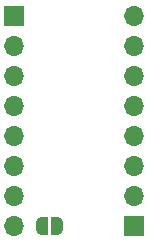
<source format=gbs>
G04 #@! TF.GenerationSoftware,KiCad,Pcbnew,(6.0.9)*
G04 #@! TF.CreationDate,2023-05-28T18:50:33+02:00*
G04 #@! TF.ProjectId,SOIC-SSOP-DIP adapter,534f4943-2d53-4534-9f50-2d4449502061,rev?*
G04 #@! TF.SameCoordinates,Original*
G04 #@! TF.FileFunction,Soldermask,Bot*
G04 #@! TF.FilePolarity,Negative*
%FSLAX46Y46*%
G04 Gerber Fmt 4.6, Leading zero omitted, Abs format (unit mm)*
G04 Created by KiCad (PCBNEW (6.0.9)) date 2023-05-28 18:50:33*
%MOMM*%
%LPD*%
G01*
G04 APERTURE LIST*
G04 Aperture macros list*
%AMFreePoly0*
4,1,22,0.500000,-0.750000,0.000000,-0.750000,0.000000,-0.745033,-0.079941,-0.743568,-0.215256,-0.701293,-0.333266,-0.622738,-0.424486,-0.514219,-0.481581,-0.384460,-0.499164,-0.250000,-0.500000,-0.250000,-0.500000,0.250000,-0.499164,0.250000,-0.499963,0.256109,-0.478152,0.396186,-0.417904,0.524511,-0.324060,0.630769,-0.204165,0.706417,-0.067858,0.745374,0.000000,0.744959,0.000000,0.750000,
0.500000,0.750000,0.500000,-0.750000,0.500000,-0.750000,$1*%
%AMFreePoly1*
4,1,20,0.000000,0.744959,0.073905,0.744508,0.209726,0.703889,0.328688,0.626782,0.421226,0.519385,0.479903,0.390333,0.500000,0.250000,0.500000,-0.250000,0.499851,-0.262216,0.476331,-0.402017,0.414519,-0.529596,0.319384,-0.634700,0.198574,-0.708877,0.061801,-0.746166,0.000000,-0.745033,0.000000,-0.750000,-0.500000,-0.750000,-0.500000,0.750000,0.000000,0.750000,0.000000,0.744959,
0.000000,0.744959,$1*%
G04 Aperture macros list end*
%ADD10R,1.700000X1.700000*%
%ADD11O,1.700000X1.700000*%
%ADD12FreePoly0,180.000000*%
%ADD13FreePoly1,180.000000*%
G04 APERTURE END LIST*
D10*
X88900000Y-81280000D03*
D11*
X88900000Y-83820000D03*
X88900000Y-86360000D03*
X88900000Y-88900000D03*
X88900000Y-91440000D03*
X88900000Y-93980000D03*
X88900000Y-96520000D03*
X88900000Y-99060000D03*
D12*
X92598000Y-99060000D03*
D13*
X91298000Y-99060000D03*
D10*
X99060000Y-99045000D03*
D11*
X99060000Y-96505000D03*
X99060000Y-93965000D03*
X99060000Y-91425000D03*
X99060000Y-88885000D03*
X99060000Y-86345000D03*
X99060000Y-83805000D03*
X99060000Y-81265000D03*
M02*

</source>
